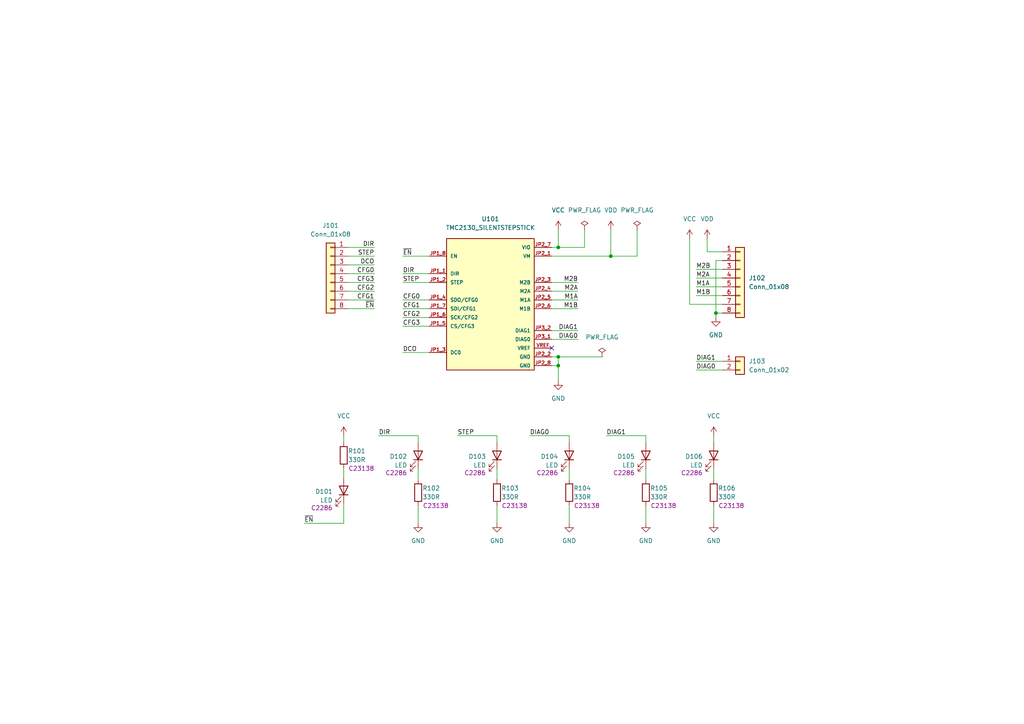
<source format=kicad_sch>
(kicad_sch (version 20211123) (generator eeschema)
  (paper "A4")
  (title_block (title "Breakout board for Trinamic TMC2xxx modules") (date "2023-02-10") (rev "1.0.0") (company "Resterampe Berlin") (comment 3 "https://creativecommons.org/licenses/by-nc/4.0") (comment 4 "License CC BY-NC 4.0"))
  (lib_symbols
    (symbol "Connector_Generic:Conn_01x02" (pin_names (offset 1.016) hide)
      (property "Reference" "J" (at 0 2.54 0))
      (property "Value" "Conn_01x02" (at 0 -5.08 0))
      (symbol "Conn_01x02_1_1"
        (rectangle (start -1.27 -2.413) (end 0 -2.667) (stroke (width 0.1524)))
        (rectangle (start -1.27 0.127) (end 0 -0.127) (stroke (width 0.1524)))
        (rectangle (start -1.27 1.27) (end 1.27 -3.81) (stroke (width 0.254)) (fill (type background)))
        (pin passive line (at -5.08 0 0) (length 3.81) (name "Pin_1") (number "1"))
        (pin passive line (at -5.08 -2.54 0) (length 3.81) (name "Pin_2") (number "2"))
      )
    )
    (symbol "Connector_Generic:Conn_01x08" (pin_names (offset 1.016) hide)
      (property "Reference" "J" (at 0 10.16 0))
      (property "Value" "Conn_01x08" (at 0 -12.7 0))
      (symbol "Conn_01x08_1_1"
        (rectangle (start -1.27 -10.033) (end 0 -10.287) (stroke (width 0.1524)))
        (rectangle (start -1.27 -7.493) (end 0 -7.747) (stroke (width 0.1524)))
        (rectangle (start -1.27 -4.953) (end 0 -5.207) (stroke (width 0.1524)))
        (rectangle (start -1.27 -2.413) (end 0 -2.667) (stroke (width 0.1524)))
        (rectangle (start -1.27 0.127) (end 0 -0.127) (stroke (width 0.1524)))
        (rectangle (start -1.27 2.667) (end 0 2.413) (stroke (width 0.1524)))
        (rectangle (start -1.27 5.207) (end 0 4.953) (stroke (width 0.1524)))
        (rectangle (start -1.27 7.747) (end 0 7.493) (stroke (width 0.1524)))
        (rectangle (start -1.27 8.89) (end 1.27 -11.43) (stroke (width 0.254)) (fill (type background)))
        (pin passive line (at -5.08 7.62 0) (length 3.81) (name "Pin_1") (number "1"))
        (pin passive line (at -5.08 5.08 0) (length 3.81) (name "Pin_2") (number "2"))
        (pin passive line (at -5.08 2.54 0) (length 3.81) (name "Pin_3") (number "3"))
        (pin passive line (at -5.08 0 0) (length 3.81) (name "Pin_4") (number "4"))
        (pin passive line (at -5.08 -2.54 0) (length 3.81) (name "Pin_5") (number "5"))
        (pin passive line (at -5.08 -5.08 0) (length 3.81) (name "Pin_6") (number "6"))
        (pin passive line (at -5.08 -7.62 0) (length 3.81) (name "Pin_7") (number "7"))
        (pin passive line (at -5.08 -10.16 0) (length 3.81) (name "Pin_8") (number "8"))
      )
    )
    (symbol "Device:LED" (pin_numbers hide) (pin_names (offset 1.016) hide)
      (property "Reference" "D" (at 0 2.54 0))
      (property "Value" "LED" (at 0 -2.54 0))
      (symbol "LED_0_1"
        (polyline (pts (xy -1.27 -1.27) (xy -1.27 1.27)) (stroke (width 0.254)))
        (polyline (pts (xy -1.27 0) (xy 1.27 0)))
        (polyline (pts (xy 1.27 -1.27) (xy 1.27 1.27) (xy -1.27 0) (xy 1.27 -1.27)) (stroke (width 0.254)))
        (polyline (pts (xy -3.048 -0.762) (xy -4.572 -2.286) (xy -3.81 -2.286) (xy -4.572 -2.286) (xy -4.572 -1.524)))
        (polyline (pts (xy -1.778 -0.762) (xy -3.302 -2.286) (xy -2.54 -2.286) (xy -3.302 -2.286) (xy -3.302 -1.524)))
      )
      (symbol "LED_1_1"
        (pin passive line (at -3.81 0 0) (length 2.54) (name "K") (number "1"))
        (pin passive line (at 3.81 0 180) (length 2.54) (name "A") (number "2"))
      )
    )
    (symbol "Device:R" (pin_numbers hide) (pin_names (offset 0))
      (property "Reference" "R" (at 2.032 0 90))
      (property "Value" "R" (at 0 0 90))
      (symbol "R_0_1"
        (rectangle (start -1.016 -2.54) (end 1.016 2.54) (stroke (width 0.254)))
      )
      (symbol "R_1_1"
        (pin passive line (at 0 3.81 270) (length 1.27) (name "~") (number "1"))
        (pin passive line (at 0 -3.81 90) (length 1.27) (name "~") (number "2"))
      )
    )
    (symbol "Project Symbols:TMC2130_SILENTSTEPSTICK" (pin_names (offset 1.016))
      (property "Reference" "U" (at -12.7 19.05 0))
      (property "Value" "TMC2130_SILENTSTEPSTICK" (at -12.7 -22.86 0))
      (symbol "TMC2130_SILENTSTEPSTICK_0_0"
        (rectangle (start -12.7 -20.32) (end 12.7 17.78) (stroke (width 0.254)) (fill (type background)))
        (pin input line (at -17.78 7.62 0) (length 5.08) (name "DIR") (number "JP1_1"))
        (pin input line (at -17.78 5.08 0) (length 5.08) (name "STEP") (number "JP1_2"))
        (pin bidirectional line (at -17.78 -15.24 0) (length 5.08) (name "DC0") (number "JP1_3"))
        (pin bidirectional line (at -17.78 0 0) (length 5.08) (name "SDO/CFG0") (number "JP1_4"))
        (pin input line (at -17.78 -7.62 0) (length 5.08) (name "CS/CFG3") (number "JP1_5"))
        (pin input line (at -17.78 -5.08 0) (length 5.08) (name "SCK/CFG2") (number "JP1_6"))
        (pin input line (at -17.78 -2.54 0) (length 5.08) (name "SDI/CFG1") (number "JP1_7"))
        (pin input line (at -17.78 12.7 0) (length 5.08) (name "EN") (number "JP1_8"))
        (pin power_in line (at 17.78 12.7 180) (length 5.08) (name "VM") (number "JP2_1"))
        (pin power_in line (at 17.78 -16.51 180) (length 5.08) (name "GND") (number "JP2_2"))
        (pin passive line (at 17.78 5.08 180) (length 5.08) (name "M2B") (number "JP2_3"))
        (pin passive line (at 17.78 2.54 180) (length 5.08) (name "M2A") (number "JP2_4"))
        (pin passive line (at 17.78 0 180) (length 5.08) (name "M1A") (number "JP2_5"))
        (pin passive line (at 17.78 -2.54 180) (length 5.08) (name "M1B") (number "JP2_6"))
        (pin power_in line (at 17.78 15.24 180) (length 5.08) (name "VIO") (number "JP2_7"))
        (pin power_in line (at 17.78 -19.05 180) (length 5.08) (name "GND") (number "JP2_8"))
        (pin output line (at 17.78 -11.43 180) (length 5.08) (name "DIAG0") (number "JP3_1"))
        (pin output line (at 17.78 -8.89 180) (length 5.08) (name "DIAG1") (number "JP3_2"))
        (pin passive line (at 17.78 -13.97 180) (length 5.08) (name "VREF") (number "VREF"))
      )
    )
    (symbol "power:GND" (power) (pin_names (offset 0))
      (property "Value" "GND" (at 0 -3.81 0))
      (symbol "GND_0_1"
        (polyline (pts (xy 0 0) (xy 0 -1.27) (xy 1.27 -1.27) (xy 0 -2.54) (xy -1.27 -1.27) (xy 0 -1.27)))
      )
      (symbol "GND_1_1"
        (pin power_in line (at 0 0 270) (length 0) hide (name "GND") (number "1"))
      )
    )
    (symbol "power:PWR_FLAG" (power) (pin_numbers hide) (pin_names (offset 0) hide)
      (property "Value" "PWR_FLAG" (at 0 3.81 0))
      (symbol "PWR_FLAG_0_0"
        (pin power_out line (at 0 0 90) (length 0) (name "pwr") (number "1"))
      )
      (symbol "PWR_FLAG_0_1"
        (polyline (pts (xy 0 0) (xy 0 1.27) (xy -1.016 1.905) (xy 0 2.54) (xy 1.016 1.905) (xy 0 1.27)))
      )
    )
    (symbol "power:VCC" (power) (pin_names (offset 0))
      (property "Value" "VCC" (at 0 3.81 0))
      (symbol "VCC_0_1"
        (polyline (pts (xy -0.762 1.27) (xy 0 2.54)))
        (polyline (pts (xy 0 0) (xy 0 2.54)))
        (polyline (pts (xy 0 2.54) (xy 0.762 1.27)))
      )
      (symbol "VCC_1_1"
        (pin power_in line (at 0 0 90) (length 0) hide (name "VCC") (number "1"))
      )
    )
    (symbol "power:VDD" (power) (pin_names (offset 0))
      (property "Value" "VDD" (at 0 3.81 0))
      (symbol "VDD_0_1"
        (polyline (pts (xy -0.762 1.27) (xy 0 2.54)))
        (polyline (pts (xy 0 0) (xy 0 2.54)))
        (polyline (pts (xy 0 2.54) (xy 0.762 1.27)))
      )
      (symbol "VDD_1_1"
        (pin power_in line (at 0 0 90) (length 0) hide (name "VDD") (number "1"))
      )
    )
  )
  (junction (at 207.645 90.805))
  (junction (at 161.925 103.505))
  (junction (at 177.165 74.295))
  (junction (at 161.925 106.045))
  (junction (at 161.925 71.755))
  (no_connect (at 160.02 100.965))
  (wire (pts (xy 160.02 81.915) (xy 167.64 81.915)))
  (wire (pts (xy 100.965 86.995) (xy 108.585 86.995)))
  (wire (pts (xy 99.695 138.43) (xy 99.695 135.89)))
  (wire (pts (xy 100.965 74.295) (xy 108.585 74.295)))
  (wire (pts (xy 177.165 66.675) (xy 177.165 74.295)))
  (wire (pts (xy 187.325 126.365) (xy 187.325 128.27)))
  (wire (pts (xy 165.1 126.365) (xy 153.67 126.365)))
  (wire (pts (xy 161.925 71.755) (xy 160.02 71.755)))
  (wire (pts (xy 100.965 71.755) (xy 108.585 71.755)))
  (wire (pts (xy 124.46 74.295) (xy 116.84 74.295)))
  (wire (pts (xy 209.55 80.645) (xy 201.93 80.645)))
  (wire (pts (xy 99.695 151.765) (xy 88.265 151.765)))
  (wire (pts (xy 207.645 90.805) (xy 207.645 92.075)))
  (wire (pts (xy 160.02 106.045) (xy 161.925 106.045)))
  (wire (pts (xy 99.695 126.365) (xy 99.695 128.27)))
  (wire (pts (xy 160.02 95.885) (xy 167.64 95.885)))
  (wire (pts (xy 200.025 88.265) (xy 209.55 88.265)))
  (wire (pts (xy 121.285 135.89) (xy 121.285 139.065)))
  (wire (pts (xy 144.145 135.89) (xy 144.145 139.065)))
  (wire (pts (xy 177.165 74.295) (xy 160.02 74.295)))
  (wire (pts (xy 205.105 73.025) (xy 209.55 73.025)))
  (wire (pts (xy 209.55 104.775) (xy 201.93 104.775)))
  (wire (pts (xy 165.1 126.365) (xy 165.1 128.27)))
  (wire (pts (xy 124.46 102.235) (xy 116.84 102.235)))
  (wire (pts (xy 200.025 69.215) (xy 200.025 88.265)))
  (wire (pts (xy 184.785 74.295) (xy 177.165 74.295)))
  (wire (pts (xy 100.965 76.835) (xy 108.585 76.835)))
  (wire (pts (xy 100.965 84.455) (xy 108.585 84.455)))
  (wire (pts (xy 209.55 85.725) (xy 201.93 85.725)))
  (wire (pts (xy 121.285 126.365) (xy 121.285 128.27)))
  (wire (pts (xy 187.325 135.89) (xy 187.325 139.065)))
  (wire (pts (xy 165.1 146.685) (xy 165.1 151.765)))
  (wire (pts (xy 144.145 126.365) (xy 132.715 126.365)))
  (wire (pts (xy 207.01 135.89) (xy 207.01 139.065)))
  (wire (pts (xy 100.965 81.915) (xy 108.585 81.915)))
  (wire (pts (xy 187.325 146.685) (xy 187.325 151.765)))
  (wire (pts (xy 209.55 78.105) (xy 201.93 78.105)))
  (wire (pts (xy 124.46 94.615) (xy 116.84 94.615)))
  (wire (pts (xy 184.785 66.675) (xy 184.785 74.295)))
  (wire (pts (xy 169.545 71.755) (xy 161.925 71.755)))
  (wire (pts (xy 100.965 79.375) (xy 108.585 79.375)))
  (wire (pts (xy 205.105 69.215) (xy 205.105 73.025)))
  (wire (pts (xy 160.02 103.505) (xy 161.925 103.505)))
  (wire (pts (xy 207.01 126.365) (xy 207.01 128.27)))
  (wire (pts (xy 209.55 75.565) (xy 207.645 75.565)))
  (wire (pts (xy 144.145 126.365) (xy 144.145 128.27)))
  (wire (pts (xy 160.02 84.455) (xy 167.64 84.455)))
  (wire (pts (xy 121.285 126.365) (xy 109.855 126.365)))
  (wire (pts (xy 165.1 135.89) (xy 165.1 139.065)))
  (wire (pts (xy 209.55 83.185) (xy 201.93 83.185)))
  (wire (pts (xy 144.145 146.685) (xy 144.145 151.765)))
  (wire (pts (xy 161.925 103.505) (xy 161.925 106.045)))
  (wire (pts (xy 209.55 107.315) (xy 201.93 107.315)))
  (wire (pts (xy 124.46 86.995) (xy 116.84 86.995)))
  (wire (pts (xy 161.925 66.675) (xy 161.925 71.755)))
  (wire (pts (xy 161.925 103.505) (xy 174.625 103.505)))
  (wire (pts (xy 121.285 146.685) (xy 121.285 151.765)))
  (wire (pts (xy 160.02 86.995) (xy 167.64 86.995)))
  (wire (pts (xy 99.695 146.05) (xy 99.695 151.765)))
  (wire (pts (xy 124.46 79.375) (xy 116.84 79.375)))
  (wire (pts (xy 187.325 126.365) (xy 175.895 126.365)))
  (wire (pts (xy 100.965 89.535) (xy 108.585 89.535)))
  (wire (pts (xy 124.46 81.915) (xy 116.84 81.915)))
  (wire (pts (xy 160.02 89.535) (xy 167.64 89.535)))
  (wire (pts (xy 124.46 89.535) (xy 116.84 89.535)))
  (wire (pts (xy 207.01 146.685) (xy 207.01 151.765)))
  (wire (pts (xy 160.02 98.425) (xy 167.64 98.425)))
  (wire (pts (xy 207.645 75.565) (xy 207.645 90.805)))
  (wire (pts (xy 161.925 106.045) (xy 161.925 110.49)))
  (wire (pts (xy 124.46 92.075) (xy 116.84 92.075)))
  (wire (pts (xy 209.55 90.805) (xy 207.645 90.805)))
  (wire (pts (xy 169.545 66.675) (xy 169.545 71.755)))
  (label "M2B" (at 167.64 81.915 180))
  (label "DIAG1" (at 201.93 104.775 0))
  (label "DIAG0" (at 201.93 107.315 0))
  (label "M1A" (at 201.93 83.185 0))
  (label "DIR" (at 109.855 126.365 0))
  (label "DIR" (at 108.585 71.755 180))
  (label "CFG1" (at 108.585 86.995 180))
  (label "CFG2" (at 116.84 92.075 0))
  (label "CFG0" (at 108.585 79.375 180))
  (label "DIR" (at 116.84 79.375 0))
  (label "CFG1" (at 116.84 89.535 0))
  (label "DIAG0" (at 153.67 126.365 0))
  (label "M1B" (at 201.93 85.725 0))
  (label "STEP" (at 132.715 126.365 0))
  (label "CFG2" (at 108.585 84.455 180))
  (label "~{EN}" (at 116.84 74.295 0))
  (label "M2B" (at 201.93 78.105 0))
  (label "M1A" (at 167.64 86.995 180))
  (label "DIAG0" (at 167.64 98.425 180))
  (label "~{EN}" (at 108.585 89.535 180))
  (label "DCO" (at 116.84 102.235 0))
  (label "DIAG1" (at 175.895 126.365 0))
  (label "DIAG1" (at 167.64 95.885 180))
  (label "CFG0" (at 116.84 86.995 0))
  (label "CFG3" (at 108.585 81.915 180))
  (label "DCO" (at 108.585 76.835 180))
  (label "M2A" (at 167.64 84.455 180))
  (label "STEP" (at 108.585 74.295 180))
  (label "STEP" (at 116.84 81.915 0))
  (label "M2A" (at 201.93 80.645 0))
  (label "~{EN}" (at 88.265 151.765 0))
  (label "CFG3" (at 116.84 94.615 0))
  (label "M1B" (at 167.64 89.535 180))
  (symbol (lib_id "power:VCC") (at 207.01 126.365 0) (unit 1)
    (property "Reference" "#PWR0112" (effects hide))
    (property "Value" "VCC" (at 207.01 120.65 0))
  )
  (symbol (lib_id "Device:LED") (at 99.695 142.24 270) (mirror x) (unit 1)
    (property "Reference" "D101" (at 96.52 142.5574 90) (effects (justify right)))
    (property "Value" "LED" (at 96.52 145.0974 90) (effects (justify right)))
    (property "Footprint" "LED_SMD:LED_0603_1608Metric_Pad1.05x0.95mm_HandSolder" (effects hide))
    (property "LCSC" "C2286" (at 93.345 147.32 90))
  )
  (symbol (lib_id "power:PWR_FLAG") (at 184.785 66.675 0) (unit 1)
    (property "Reference" "#FLG0102" (effects hide))
    (property "Value" "PWR_FLAG" (at 184.785 60.96 0))
  )
  (symbol (lib_id "Device:LED") (at 165.1 132.08 270) (mirror x) (unit 1)
    (property "Reference" "D104" (at 161.925 132.3974 90) (effects (justify right)))
    (property "Value" "LED" (at 161.925 134.9374 90) (effects (justify right)))
    (property "Footprint" "LED_SMD:LED_0603_1608Metric_Pad1.05x0.95mm_HandSolder" (effects hide))
    (property "LCSC" "C2286" (at 158.75 137.16 90))
  )
  (symbol (lib_id "power:GND") (at 121.285 151.765 0) (unit 1)
    (property "Reference" "#PWR0108" (effects hide))
    (property "Value" "GND" (at 121.285 156.845 0))
  )
  (symbol (lib_id "power:GND") (at 207.645 92.075 0) (unit 1)
    (property "Reference" "#PWR0106" (effects hide))
    (property "Value" "GND" (at 207.645 97.155 0))
  )
  (symbol (lib_id "power:VDD") (at 205.105 69.215 0) (unit 1)
    (property "Reference" "#PWR0105" (effects hide))
    (property "Value" "VDD" (at 205.105 63.5 0))
  )
  (symbol (lib_id "power:PWR_FLAG") (at 174.625 103.505 0) (unit 1)
    (property "Reference" "#FLG0103" (effects hide))
    (property "Value" "PWR_FLAG" (at 174.625 97.79 0))
  )
  (symbol (lib_id "Connector_Generic:Conn_01x08") (at 214.63 80.645 0) (unit 1)
    (property "Reference" "J102" (at 217.17 80.6449 0) (effects (justify left)))
    (property "Value" "Conn_01x08" (at 217.17 83.1849 0) (effects (justify left)))
    (property "Footprint" "Connector_PinHeader_2.54mm:PinHeader_1x08_P2.54mm_Vertical" (effects hide))
  )
  (symbol (lib_id "Device:LED") (at 207.01 132.08 270) (mirror x) (unit 1)
    (property "Reference" "D106" (at 203.835 132.3974 90) (effects (justify right)))
    (property "Value" "LED" (at 203.835 134.9374 90) (effects (justify right)))
    (property "Footprint" "LED_SMD:LED_0603_1608Metric_Pad1.05x0.95mm_HandSolder" (effects hide))
    (property "LCSC" "C2286" (at 200.66 137.16 90))
  )
  (symbol (lib_id "power:VCC") (at 200.025 69.215 0) (unit 1)
    (property "Reference" "#PWR0103" (effects hide))
    (property "Value" "VCC" (at 200.025 63.5 0))
  )
  (symbol (lib_id "Device:R") (at 187.325 142.875 0) (mirror y) (unit 1)
    (property "Reference" "R105" (at 193.675 141.605 0) (effects (justify left)))
    (property "Value" "330R" (at 193.675 144.145 0) (effects (justify left)))
    (property "Footprint" "Resistor_SMD:R_0603_1608Metric_Pad0.98x0.95mm_HandSolder" (effects hide))
    (property "LCSC" "C23138" (at 196.215 146.685 0) (effects (justify left)))
  )
  (symbol (lib_id "Device:LED") (at 187.325 132.08 270) (mirror x) (unit 1)
    (property "Reference" "D105" (at 184.15 132.3974 90) (effects (justify right)))
    (property "Value" "LED" (at 184.15 134.9374 90) (effects (justify right)))
    (property "Footprint" "LED_SMD:LED_0603_1608Metric_Pad1.05x0.95mm_HandSolder" (effects hide))
    (property "LCSC" "C2286" (at 180.975 137.16 90))
  )
  (symbol (lib_id "power:GND") (at 207.01 151.765 0) (unit 1)
    (property "Reference" "#PWR0113" (effects hide))
    (property "Value" "GND" (at 207.01 156.845 0))
  )
  (symbol (lib_id "Device:R") (at 144.145 142.875 0) (mirror y) (unit 1)
    (property "Reference" "R103" (at 150.495 141.605 0) (effects (justify left)))
    (property "Value" "330R" (at 150.495 144.145 0) (effects (justify left)))
    (property "Footprint" "Resistor_SMD:R_0603_1608Metric_Pad0.98x0.95mm_HandSolder" (effects hide))
    (property "LCSC" "C23138" (at 153.035 146.685 0) (effects (justify left)))
  )
  (symbol (lib_id "power:PWR_FLAG") (at 169.545 66.675 0) (unit 1)
    (property "Reference" "#FLG0101" (effects hide))
    (property "Value" "PWR_FLAG" (at 169.545 60.96 0))
  )
  (symbol (lib_id "power:GND") (at 161.925 110.49 0) (unit 1)
    (property "Reference" "#PWR0101" (effects hide))
    (property "Value" "GND" (at 161.925 115.57 0))
  )
  (symbol (lib_id "power:GND") (at 187.325 151.765 0) (unit 1)
    (property "Reference" "#PWR0111" (effects hide))
    (property "Value" "GND" (at 187.325 156.845 0))
  )
  (symbol (lib_id "Device:LED") (at 144.145 132.08 270) (mirror x) (unit 1)
    (property "Reference" "D103" (at 140.97 132.3974 90) (effects (justify right)))
    (property "Value" "LED" (at 140.97 134.9374 90) (effects (justify right)))
    (property "Footprint" "LED_SMD:LED_0603_1608Metric_Pad1.05x0.95mm_HandSolder" (effects hide))
    (property "LCSC" "C2286" (at 137.795 137.16 90))
  )
  (symbol (lib_id "power:GND") (at 165.1 151.765 0) (unit 1)
    (property "Reference" "#PWR0110" (effects hide))
    (property "Value" "GND" (at 165.1 156.845 0))
  )
  (symbol (lib_id "Device:R") (at 121.285 142.875 0) (mirror y) (unit 1)
    (property "Reference" "R102" (at 127.635 141.605 0) (effects (justify left)))
    (property "Value" "330R" (at 127.635 144.145 0) (effects (justify left)))
    (property "Footprint" "Resistor_SMD:R_0603_1608Metric_Pad0.98x0.95mm_HandSolder" (effects hide))
    (property "LCSC" "C23138" (at 130.175 146.685 0) (effects (justify left)))
  )
  (symbol (lib_id "Device:R") (at 99.695 132.08 0) (mirror y) (unit 1)
    (property "Reference" "R101" (at 106.045 130.81 0) (effects (justify left)))
    (property "Value" "330R" (at 106.045 133.35 0) (effects (justify left)))
    (property "Footprint" "Resistor_SMD:R_0603_1608Metric_Pad0.98x0.95mm_HandSolder" (effects hide))
    (property "LCSC" "C23138" (at 108.585 135.89 0) (effects (justify left)))
  )
  (symbol (lib_id "Device:R") (at 165.1 142.875 0) (mirror y) (unit 1)
    (property "Reference" "R104" (at 171.45 141.605 0) (effects (justify left)))
    (property "Value" "330R" (at 171.45 144.145 0) (effects (justify left)))
    (property "Footprint" "Resistor_SMD:R_0603_1608Metric_Pad0.98x0.95mm_HandSolder" (effects hide))
    (property "LCSC" "C23138" (at 173.99 146.685 0) (effects (justify left)))
  )
  (symbol (lib_id "power:VCC") (at 99.695 126.365 0) (unit 1)
    (property "Reference" "#PWR0107" (effects hide))
    (property "Value" "VCC" (at 99.695 120.65 0))
  )
  (symbol (lib_id "Connector_Generic:Conn_01x08") (at 95.885 79.375 0) (mirror y) (unit 1)
    (property "Reference" "J101" (at 95.885 65.405 0))
    (property "Value" "Conn_01x08" (at 95.885 67.945 0))
    (property "Footprint" "Connector_PinHeader_2.54mm:PinHeader_1x08_P2.54mm_Vertical" (effects hide))
  )
  (symbol (lib_id "power:GND") (at 144.145 151.765 0) (unit 1)
    (property "Reference" "#PWR0109" (effects hide))
    (property "Value" "GND" (at 144.145 156.845 0))
  )
  (symbol (lib_id "power:VCC") (at 161.925 66.675 0) (unit 1)
    (property "Reference" "#PWR0104" (effects hide))
    (property "Value" "VCC" (at 161.925 60.96 0))
  )
  (symbol (lib_id "power:VDD") (at 177.165 66.675 0) (unit 1)
    (property "Reference" "#PWR0102" (effects hide))
    (property "Value" "VDD" (at 177.165 60.96 0))
  )
  (symbol (lib_id "Project Symbols:TMC2130_SILENTSTEPSTICK") (at 142.24 86.995 0) (unit 1)
    (property "Reference" "U101" (at 142.24 63.5 0))
    (property "Value" "TMC2130_SILENTSTEPSTICK" (at 142.24 66.04 0))
    (property "Footprint" "Project Footprints:MODULE_TMC2130_SILENTSTEPSTICK" (effects hide))
    (property "MANUFACTURER" "Trinamic Motion" (effects hide))
  )
  (symbol (lib_id "Device:LED") (at 121.285 132.08 270) (mirror x) (unit 1)
    (property "Reference" "D102" (at 118.11 132.3974 90) (effects (justify right)))
    (property "Value" "LED" (at 118.11 134.9374 90) (effects (justify right)))
    (property "Footprint" "LED_SMD:LED_0603_1608Metric_Pad1.05x0.95mm_HandSolder" (effects hide))
    (property "LCSC" "C2286" (at 114.935 137.16 90))
  )
  (symbol (lib_id "Connector_Generic:Conn_01x02") (at 214.63 104.775 0) (unit 1)
    (property "Reference" "J103" (at 217.17 104.7749 0) (effects (justify left)))
    (property "Value" "Conn_01x02" (at 217.17 107.3149 0) (effects (justify left)))
    (property "Footprint" "Connector_PinHeader_2.54mm:PinHeader_1x02_P2.54mm_Vertical" (effects hide))
  )
  (symbol (lib_id "Device:R") (at 207.01 142.875 0) (mirror y) (unit 1)
    (property "Reference" "R106" (at 213.36 141.605 0) (effects (justify left)))
    (property "Value" "330R" (at 213.36 144.145 0) (effects (justify left)))
    (property "Footprint" "Resistor_SMD:R_0603_1608Metric_Pad0.98x0.95mm_HandSolder" (effects hide))
    (property "LCSC" "C23138" (at 215.9 146.685 0) (effects (justify left)))
  )
)
</source>
